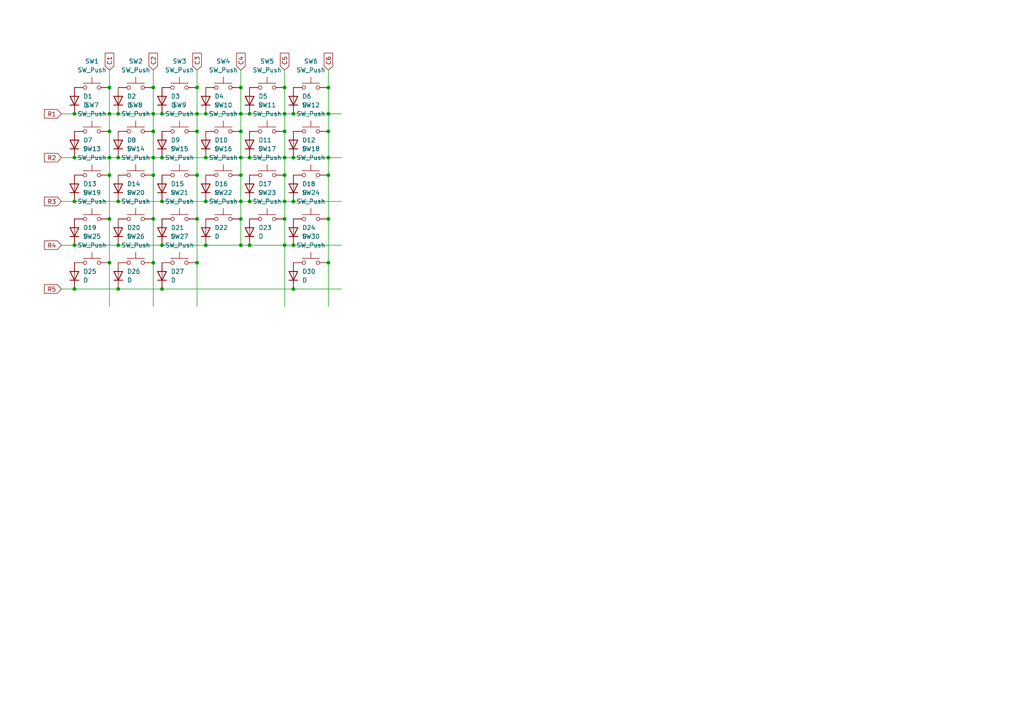
<source format=kicad_sch>
(kicad_sch (version 20250114) (generator "eeschema") (generator_version "9.0")
  (paper "A4")
  (lib_symbols
    (symbol "Device:D" (pin_numbers (hide yes)) (pin_names (offset 1.016) (hide yes))
      (property "Reference" "D" (at 0 2.54 0))
      (property "Value" "D" (at 0 -2.54 0))
      (symbol "D_0_1"
        (polyline (pts (xy -1.27 1.27) (xy -1.27 -1.27)) (stroke (width 0.254)))
        (polyline (pts (xy 1.27 1.27) (xy 1.27 -1.27) (xy -1.27 0) (xy 1.27 1.27)) (stroke (width 0.254)))
        (polyline (pts (xy 1.27 0) (xy -1.27 0)))
      )
      (symbol "D_1_1"
        (pin passive line (at -3.81 0 0) (length 2.54) (name "K") (number "1"))
        (pin passive line (at 3.81 0 180) (length 2.54) (name "A") (number "2"))
      )
    )
    (symbol "Switch:SW_Push" (pin_numbers (hide yes)) (pin_names (offset 1.016) (hide yes))
      (property "Reference" "SW" (at 1.27 2.54 0))
      (property "Value" "SW_Push" (at 0 -1.524 0))
      (symbol "SW_Push_0_1"
        (circle (center -2.032 0) (radius 0.508))
        (polyline (pts (xy 0 1.27) (xy 0 3.048)))
        (circle (center 2.032 0) (radius 0.508))
        (polyline (pts (xy 2.54 1.27) (xy -2.54 1.27)))
        (pin passive line (at -5.08 0 0) (length 2.54) (name "1") (number "1"))
        (pin passive line (at 5.08 0 180) (length 2.54) (name "2") (number "2"))
      )
    )
  )
  (junction (at 31.75 38.1))
  (junction (at 44.45 45.72))
  (junction (at 44.45 25.4))
  (junction (at 46.99 33.02))
  (junction (at 57.15 33.02))
  (junction (at 21.59 83.82))
  (junction (at 57.15 76.2))
  (junction (at 82.55 63.5))
  (junction (at 46.99 71.12))
  (junction (at 31.75 33.02))
  (junction (at 34.29 71.12))
  (junction (at 44.45 63.5))
  (junction (at 59.69 33.02))
  (junction (at 72.39 71.12))
  (junction (at 82.55 71.12))
  (junction (at 85.09 58.42))
  (junction (at 82.55 50.8))
  (junction (at 31.75 25.4))
  (junction (at 95.25 76.2))
  (junction (at 44.45 33.02))
  (junction (at 34.29 83.82))
  (junction (at 69.85 45.72))
  (junction (at 44.45 76.2))
  (junction (at 31.75 50.8))
  (junction (at 46.99 83.82))
  (junction (at 95.25 45.72))
  (junction (at 21.59 45.72))
  (junction (at 95.25 38.1))
  (junction (at 69.85 50.8))
  (junction (at 69.85 71.12))
  (junction (at 21.59 71.12))
  (junction (at 69.85 25.4))
  (junction (at 44.45 38.1))
  (junction (at 21.59 33.02))
  (junction (at 85.09 71.12))
  (junction (at 46.99 45.72))
  (junction (at 57.15 50.8))
  (junction (at 82.55 45.72))
  (junction (at 34.29 58.42))
  (junction (at 72.39 33.02))
  (junction (at 31.75 63.5))
  (junction (at 72.39 58.42))
  (junction (at 82.55 33.02))
  (junction (at 85.09 45.72))
  (junction (at 57.15 25.4))
  (junction (at 69.85 63.5))
  (junction (at 46.99 58.42))
  (junction (at 95.25 33.02))
  (junction (at 31.75 76.2))
  (junction (at 57.15 63.5))
  (junction (at 31.75 45.72))
  (junction (at 95.25 63.5))
  (junction (at 82.55 58.42))
  (junction (at 44.45 50.8))
  (junction (at 59.69 58.42))
  (junction (at 21.59 58.42))
  (junction (at 85.09 83.82))
  (junction (at 82.55 25.4))
  (junction (at 72.39 45.72))
  (junction (at 34.29 33.02))
  (junction (at 82.55 38.1))
  (junction (at 69.85 58.42))
  (junction (at 95.25 50.8))
  (junction (at 95.25 25.4))
  (junction (at 34.29 45.72))
  (junction (at 59.69 45.72))
  (junction (at 57.15 38.1))
  (junction (at 59.69 71.12))
  (junction (at 69.85 33.02))
  (junction (at 85.09 33.02))
  (junction (at 69.85 38.1))
  (wire (pts (xy 46.99 71.12) (xy 59.69 71.12)))
  (wire (pts (xy 85.09 58.42) (xy 99.06 58.42)))
  (wire (pts (xy 31.75 50.8) (xy 31.75 63.5)))
  (wire (pts (xy 44.45 76.2) (xy 44.45 88.9)))
  (wire (pts (xy 82.55 33.02) (xy 82.55 38.1)))
  (wire (pts (xy 95.25 63.5) (xy 95.25 76.2)))
  (wire (pts (xy 57.15 33.02) (xy 57.15 38.1)))
  (wire (pts (xy 44.45 20.32) (xy 44.45 25.4)))
  (wire (pts (xy 85.09 33.02) (xy 95.25 33.02)))
  (wire (pts (xy 17.78 33.02) (xy 21.59 33.02)))
  (wire (pts (xy 82.55 63.5) (xy 82.55 71.12)))
  (wire (pts (xy 69.85 45.72) (xy 72.39 45.72)))
  (wire (pts (xy 31.75 33.02) (xy 31.75 38.1)))
  (wire (pts (xy 31.75 76.2) (xy 31.75 88.9)))
  (wire (pts (xy 44.45 45.72) (xy 44.45 50.8)))
  (wire (pts (xy 72.39 45.72) (xy 82.55 45.72)))
  (wire (pts (xy 44.45 45.72) (xy 46.99 45.72)))
  (wire (pts (xy 95.25 50.8) (xy 95.25 63.5)))
  (wire (pts (xy 34.29 58.42) (xy 46.99 58.42)))
  (wire (pts (xy 69.85 33.02) (xy 69.85 38.1)))
  (wire (pts (xy 95.25 45.72) (xy 99.06 45.72)))
  (wire (pts (xy 46.99 33.02) (xy 57.15 33.02)))
  (wire (pts (xy 57.15 38.1) (xy 57.15 50.8)))
  (wire (pts (xy 59.69 71.12) (xy 69.85 71.12)))
  (wire (pts (xy 69.85 25.4) (xy 69.85 33.02)))
  (wire (pts (xy 31.75 33.02) (xy 34.29 33.02)))
  (wire (pts (xy 17.78 58.42) (xy 21.59 58.42)))
  (wire (pts (xy 21.59 58.42) (xy 34.29 58.42)))
  (wire (pts (xy 17.78 45.72) (xy 21.59 45.72)))
  (wire (pts (xy 21.59 71.12) (xy 34.29 71.12)))
  (wire (pts (xy 44.45 38.1) (xy 44.45 45.72)))
  (wire (pts (xy 82.55 58.42) (xy 82.55 63.5)))
  (wire (pts (xy 34.29 33.02) (xy 44.45 33.02)))
  (wire (pts (xy 82.55 58.42) (xy 85.09 58.42)))
  (wire (pts (xy 82.55 38.1) (xy 82.55 45.72)))
  (wire (pts (xy 82.55 45.72) (xy 82.55 50.8)))
  (wire (pts (xy 21.59 33.02) (xy 31.75 33.02)))
  (wire (pts (xy 72.39 71.12) (xy 82.55 71.12)))
  (wire (pts (xy 34.29 45.72) (xy 44.45 45.72)))
  (wire (pts (xy 72.39 33.02) (xy 82.55 33.02)))
  (wire (pts (xy 59.69 45.72) (xy 69.85 45.72)))
  (wire (pts (xy 44.45 33.02) (xy 46.99 33.02)))
  (wire (pts (xy 57.15 76.2) (xy 57.15 88.9)))
  (wire (pts (xy 69.85 63.5) (xy 69.85 71.12)))
  (wire (pts (xy 69.85 20.32) (xy 69.85 25.4)))
  (wire (pts (xy 85.09 71.12) (xy 99.06 71.12)))
  (wire (pts (xy 31.75 20.32) (xy 31.75 25.4)))
  (wire (pts (xy 17.78 83.82) (xy 21.59 83.82)))
  (wire (pts (xy 69.85 38.1) (xy 69.85 45.72)))
  (wire (pts (xy 59.69 33.02) (xy 69.85 33.02)))
  (wire (pts (xy 34.29 71.12) (xy 46.99 71.12)))
  (wire (pts (xy 57.15 25.4) (xy 57.15 33.02)))
  (wire (pts (xy 69.85 71.12) (xy 72.39 71.12)))
  (wire (pts (xy 44.45 33.02) (xy 44.45 38.1)))
  (wire (pts (xy 95.25 76.2) (xy 95.25 88.9)))
  (wire (pts (xy 72.39 58.42) (xy 82.55 58.42)))
  (wire (pts (xy 69.85 50.8) (xy 69.85 58.42)))
  (wire (pts (xy 46.99 45.72) (xy 59.69 45.72)))
  (wire (pts (xy 57.15 33.02) (xy 59.69 33.02)))
  (wire (pts (xy 69.85 33.02) (xy 72.39 33.02)))
  (wire (pts (xy 44.45 25.4) (xy 44.45 33.02)))
  (wire (pts (xy 31.75 25.4) (xy 31.75 33.02)))
  (wire (pts (xy 69.85 58.42) (xy 69.85 63.5)))
  (wire (pts (xy 85.09 83.82) (xy 99.06 83.82)))
  (wire (pts (xy 95.25 45.72) (xy 95.25 50.8)))
  (wire (pts (xy 85.09 45.72) (xy 95.25 45.72)))
  (wire (pts (xy 57.15 50.8) (xy 57.15 63.5)))
  (wire (pts (xy 95.25 20.32) (xy 95.25 25.4)))
  (wire (pts (xy 69.85 45.72) (xy 69.85 50.8)))
  (wire (pts (xy 95.25 38.1) (xy 95.25 45.72)))
  (wire (pts (xy 21.59 83.82) (xy 34.29 83.82)))
  (wire (pts (xy 57.15 20.32) (xy 57.15 25.4)))
  (wire (pts (xy 95.25 25.4) (xy 95.25 33.02)))
  (wire (pts (xy 82.55 20.32) (xy 82.55 25.4)))
  (wire (pts (xy 46.99 83.82) (xy 85.09 83.82)))
  (wire (pts (xy 44.45 50.8) (xy 44.45 63.5)))
  (wire (pts (xy 82.55 71.12) (xy 82.55 88.9)))
  (wire (pts (xy 82.55 71.12) (xy 85.09 71.12)))
  (wire (pts (xy 31.75 38.1) (xy 31.75 45.72)))
  (wire (pts (xy 59.69 58.42) (xy 69.85 58.42)))
  (wire (pts (xy 44.45 63.5) (xy 44.45 76.2)))
  (wire (pts (xy 17.78 71.12) (xy 21.59 71.12)))
  (wire (pts (xy 82.55 33.02) (xy 85.09 33.02)))
  (wire (pts (xy 69.85 58.42) (xy 72.39 58.42)))
  (wire (pts (xy 57.15 63.5) (xy 57.15 76.2)))
  (wire (pts (xy 21.59 45.72) (xy 31.75 45.72)))
  (wire (pts (xy 46.99 58.42) (xy 59.69 58.42)))
  (wire (pts (xy 82.55 25.4) (xy 82.55 33.02)))
  (wire (pts (xy 31.75 45.72) (xy 31.75 50.8)))
  (wire (pts (xy 31.75 45.72) (xy 34.29 45.72)))
  (wire (pts (xy 82.55 50.8) (xy 82.55 58.42)))
  (wire (pts (xy 34.29 83.82) (xy 46.99 83.82)))
  (wire (pts (xy 31.75 63.5) (xy 31.75 76.2)))
  (wire (pts (xy 95.25 33.02) (xy 95.25 38.1)))
  (wire (pts (xy 82.55 45.72) (xy 85.09 45.72)))
  (wire (pts (xy 95.25 33.02) (xy 99.06 33.02)))
  (global_label "C1" (shape input) (at 31.75 20.32 90) (property "Intersheetrefs" "${INTERSHEET_REFS}" (effects (hide yes))))
  (global_label "C5" (shape input) (at 82.55 20.32 90) (property "Intersheetrefs" "${INTERSHEET_REFS}" (effects (hide yes))))
  (global_label "C2" (shape input) (at 44.45 20.32 90) (property "Intersheetrefs" "${INTERSHEET_REFS}" (effects (hide yes))))
  (global_label "R3" (shape input) (at 17.78 58.42 180) (property "Intersheetrefs" "${INTERSHEET_REFS}" (effects (hide yes))))
  (global_label "C6" (shape input) (at 95.25 20.32 90) (property "Intersheetrefs" "${INTERSHEET_REFS}" (effects (hide yes))))
  (global_label "C4" (shape input) (at 69.85 20.32 90) (property "Intersheetrefs" "${INTERSHEET_REFS}" (effects (hide yes))))
  (global_label "R1" (shape input) (at 17.78 33.02 180) (property "Intersheetrefs" "${INTERSHEET_REFS}" (effects (hide yes))))
  (global_label "R4" (shape input) (at 17.78 71.12 180) (property "Intersheetrefs" "${INTERSHEET_REFS}" (effects (hide yes))))
  (global_label "R2" (shape input) (at 17.78 45.72 180) (property "Intersheetrefs" "${INTERSHEET_REFS}" (effects (hide yes))))
  (global_label "R5" (shape input) (at 17.78 83.82 180) (property "Intersheetrefs" "${INTERSHEET_REFS}" (effects (hide yes))))
  (global_label "C3" (shape input) (at 57.15 20.32 90) (property "Intersheetrefs" "${INTERSHEET_REFS}" (effects (hide yes))))
  (symbol (lib_id "Device:D") (at 72.39 67.31 90) (unit 1)
    (property "Reference" "D23" (at 74.93 66.0399 90) (effects (justify right)))
    (property "Value" "D" (at 74.93 68.5799 90) (effects (justify right)))
    (property "Description" "Diode" (effects (hide yes)))
    (property "Sim.Device" "D" (effects (hide yes)))
    (property "Sim.Pins" "1=K 2=A" (effects (hide yes)))
  )
  (symbol (lib_id "Switch:SW_Push") (at 64.77 50.8 0) (unit 1)
    (property "Reference" "SW16" (at 64.77 43.18 0))
    (property "Value" "SW_Push" (at 64.77 45.72 0))
    (property "Footprint" "PCM_Switch_Keyboard_Hotswap_Kailh:SW_Hotswap_Kailh_MX_1.00u" (effects (hide yes)))
    (property "Description" "Push button switch, generic, two pins" (effects (hide yes)))
  )
  (symbol (lib_id "Switch:SW_Push") (at 77.47 63.5 0) (unit 1)
    (property "Reference" "SW23" (at 77.47 55.88 0))
    (property "Value" "SW_Push" (at 77.47 58.42 0))
    (property "Footprint" "PCM_Switch_Keyboard_Hotswap_Kailh:SW_Hotswap_Kailh_MX_1.00u" (effects (hide yes)))
    (property "Description" "Push button switch, generic, two pins" (effects (hide yes)))
  )
  (symbol (lib_id "Device:D") (at 21.59 54.61 90) (unit 1)
    (property "Reference" "D13" (at 24.13 53.3399 90) (effects (justify right)))
    (property "Value" "D" (at 24.13 55.8799 90) (effects (justify right)))
    (property "Description" "Diode" (effects (hide yes)))
    (property "Sim.Device" "D" (effects (hide yes)))
    (property "Sim.Pins" "1=K 2=A" (effects (hide yes)))
  )
  (symbol (lib_id "Device:D") (at 85.09 67.31 90) (unit 1)
    (property "Reference" "D24" (at 87.63 66.0399 90) (effects (justify right)))
    (property "Value" "D" (at 87.63 68.5799 90) (effects (justify right)))
    (property "Description" "Diode" (effects (hide yes)))
    (property "Sim.Device" "D" (effects (hide yes)))
    (property "Sim.Pins" "1=K 2=A" (effects (hide yes)))
  )
  (symbol (lib_id "Switch:SW_Push") (at 39.37 25.4 0) (unit 1)
    (property "Reference" "SW2" (at 39.37 17.78 0))
    (property "Value" "SW_Push" (at 39.37 20.32 0))
    (property "Footprint" "PCM_Switch_Keyboard_Hotswap_Kailh:SW_Hotswap_Kailh_MX_1.00u" (effects (hide yes)))
    (property "Description" "Push button switch, generic, two pins" (effects (hide yes)))
  )
  (symbol (lib_id "Device:D") (at 34.29 67.31 90) (unit 1)
    (property "Reference" "D20" (at 36.83 66.0399 90) (effects (justify right)))
    (property "Value" "D" (at 36.83 68.5799 90) (effects (justify right)))
    (property "Description" "Diode" (effects (hide yes)))
    (property "Sim.Device" "D" (effects (hide yes)))
    (property "Sim.Pins" "1=K 2=A" (effects (hide yes)))
  )
  (symbol (lib_id "Device:D") (at 85.09 29.21 90) (unit 1)
    (property "Reference" "D6" (at 87.63 27.9399 90) (effects (justify right)))
    (property "Value" "D" (at 87.63 30.4799 90) (effects (justify right)))
    (property "Description" "Diode" (effects (hide yes)))
    (property "Sim.Device" "D" (effects (hide yes)))
    (property "Sim.Pins" "1=K 2=A" (effects (hide yes)))
  )
  (symbol (lib_id "Device:D") (at 46.99 41.91 90) (unit 1)
    (property "Reference" "D9" (at 49.53 40.6399 90) (effects (justify right)))
    (property "Value" "D" (at 49.53 43.1799 90) (effects (justify right)))
    (property "Description" "Diode" (effects (hide yes)))
    (property "Sim.Device" "D" (effects (hide yes)))
    (property "Sim.Pins" "1=K 2=A" (effects (hide yes)))
  )
  (symbol (lib_id "Switch:SW_Push") (at 26.67 38.1 0) (unit 1)
    (property "Reference" "SW7" (at 26.67 30.48 0))
    (property "Value" "SW_Push" (at 26.67 33.02 0))
    (property "Footprint" "PCM_Switch_Keyboard_Hotswap_Kailh:SW_Hotswap_Kailh_MX_1.50u" (effects (hide yes)))
    (property "Description" "Push button switch, generic, two pins" (effects (hide yes)))
  )
  (symbol (lib_id "Switch:SW_Push") (at 90.17 63.5 0) (unit 1)
    (property "Reference" "SW24" (at 90.17 55.88 0))
    (property "Value" "SW_Push" (at 90.17 58.42 0))
    (property "Footprint" "PCM_Switch_Keyboard_Hotswap_Kailh:SW_Hotswap_Kailh_MX_1.00u" (effects (hide yes)))
    (property "Description" "Push button switch, generic, two pins" (effects (hide yes)))
  )
  (symbol (lib_id "Device:D") (at 59.69 41.91 90) (unit 1)
    (property "Reference" "D10" (at 62.23 40.6399 90) (effects (justify right)))
    (property "Value" "D" (at 62.23 43.1799 90) (effects (justify right)))
    (property "Description" "Diode" (effects (hide yes)))
    (property "Sim.Device" "D" (effects (hide yes)))
    (property "Sim.Pins" "1=K 2=A" (effects (hide yes)))
  )
  (symbol (lib_id "Device:D") (at 34.29 29.21 90) (unit 1)
    (property "Reference" "D2" (at 36.83 27.9399 90) (effects (justify right)))
    (property "Value" "D" (at 36.83 30.4799 90) (effects (justify right)))
    (property "Description" "Diode" (effects (hide yes)))
    (property "Sim.Device" "D" (effects (hide yes)))
    (property "Sim.Pins" "1=K 2=A" (effects (hide yes)))
  )
  (symbol (lib_id "Switch:SW_Push") (at 77.47 50.8 0) (unit 1)
    (property "Reference" "SW17" (at 77.47 43.18 0))
    (property "Value" "SW_Push" (at 77.47 45.72 0))
    (property "Footprint" "PCM_Switch_Keyboard_Hotswap_Kailh:SW_Hotswap_Kailh_MX_1.00u" (effects (hide yes)))
    (property "Description" "Push button switch, generic, two pins" (effects (hide yes)))
  )
  (symbol (lib_id "Switch:SW_Push") (at 90.17 76.2 0) (unit 1)
    (property "Reference" "SW30" (at 90.17 68.58 0))
    (property "Value" "SW_Push" (at 90.17 71.12 0))
    (property "Footprint" "PCM_Switch_Keyboard_Hotswap_Kailh:SW_Hotswap_Kailh_MX_2.00u" (effects (hide yes)))
    (property "Description" "Push button switch, generic, two pins" (effects (hide yes)))
  )
  (symbol (lib_id "Device:D") (at 21.59 41.91 90) (unit 1)
    (property "Reference" "D7" (at 24.13 40.6399 90) (effects (justify right)))
    (property "Value" "D" (at 24.13 43.1799 90) (effects (justify right)))
    (property "Description" "Diode" (effects (hide yes)))
    (property "Sim.Device" "D" (effects (hide yes)))
    (property "Sim.Pins" "1=K 2=A" (effects (hide yes)))
  )
  (symbol (lib_id "Device:D") (at 46.99 54.61 90) (unit 1)
    (property "Reference" "D15" (at 49.53 53.3399 90) (effects (justify right)))
    (property "Value" "D" (at 49.53 55.8799 90) (effects (justify right)))
    (property "Description" "Diode" (effects (hide yes)))
    (property "Sim.Device" "D" (effects (hide yes)))
    (property "Sim.Pins" "1=K 2=A" (effects (hide yes)))
  )
  (symbol (lib_id "Switch:SW_Push") (at 26.67 63.5 0) (unit 1)
    (property "Reference" "SW19" (at 26.67 55.88 0))
    (property "Value" "SW_Push" (at 26.67 58.42 0))
    (property "Footprint" "PCM_Switch_Keyboard_Hotswap_Kailh:SW_Hotswap_Kailh_MX_1.50u" (effects (hide yes)))
    (property "Description" "Push button switch, generic, two pins" (effects (hide yes)))
  )
  (symbol (lib_id "Device:D") (at 46.99 67.31 90) (unit 1)
    (property "Reference" "D21" (at 49.53 66.0399 90) (effects (justify right)))
    (property "Value" "D" (at 49.53 68.5799 90) (effects (justify right)))
    (property "Description" "Diode" (effects (hide yes)))
    (property "Sim.Device" "D" (effects (hide yes)))
    (property "Sim.Pins" "1=K 2=A" (effects (hide yes)))
  )
  (symbol (lib_id "Device:D") (at 85.09 80.01 90) (unit 1)
    (property "Reference" "D30" (at 87.63 78.7399 90) (effects (justify right)))
    (property "Value" "D" (at 87.63 81.2799 90) (effects (justify right)))
    (property "Description" "Diode" (effects (hide yes)))
    (property "Sim.Device" "D" (effects (hide yes)))
    (property "Sim.Pins" "1=K 2=A" (effects (hide yes)))
  )
  (symbol (lib_id "Switch:SW_Push") (at 39.37 50.8 0) (unit 1)
    (property "Reference" "SW14" (at 39.37 43.18 0))
    (property "Value" "SW_Push" (at 39.37 45.72 0))
    (property "Footprint" "PCM_Switch_Keyboard_Hotswap_Kailh:SW_Hotswap_Kailh_MX_1.00u" (effects (hide yes)))
    (property "Description" "Push button switch, generic, two pins" (effects (hide yes)))
  )
  (symbol (lib_id "Device:D") (at 72.39 41.91 90) (unit 1)
    (property "Reference" "D11" (at 74.93 40.6399 90) (effects (justify right)))
    (property "Value" "D" (at 74.93 43.1799 90) (effects (justify right)))
    (property "Description" "Diode" (effects (hide yes)))
    (property "Sim.Device" "D" (effects (hide yes)))
    (property "Sim.Pins" "1=K 2=A" (effects (hide yes)))
  )
  (symbol (lib_id "Switch:SW_Push") (at 77.47 38.1 0) (unit 1)
    (property "Reference" "SW11" (at 77.47 30.48 0))
    (property "Value" "SW_Push" (at 77.47 33.02 0))
    (property "Footprint" "PCM_Switch_Keyboard_Hotswap_Kailh:SW_Hotswap_Kailh_MX_1.00u" (effects (hide yes)))
    (property "Description" "Push button switch, generic, two pins" (effects (hide yes)))
  )
  (symbol (lib_id "Switch:SW_Push") (at 39.37 76.2 0) (unit 1)
    (property "Reference" "SW26" (at 39.37 68.58 0))
    (property "Value" "SW_Push" (at 39.37 71.12 0))
    (property "Footprint" "PCM_Switch_Keyboard_Hotswap_Kailh:SW_Hotswap_Kailh_MX_1.50u" (effects (hide yes)))
    (property "Description" "Push button switch, generic, two pins" (effects (hide yes)))
  )
  (symbol (lib_id "Device:D") (at 34.29 80.01 90) (unit 1)
    (property "Reference" "D26" (at 36.83 78.7399 90) (effects (justify right)))
    (property "Value" "D" (at 36.83 81.2799 90) (effects (justify right)))
    (property "Description" "Diode" (effects (hide yes)))
    (property "Sim.Device" "D" (effects (hide yes)))
    (property "Sim.Pins" "1=K 2=A" (effects (hide yes)))
  )
  (symbol (lib_id "Switch:SW_Push") (at 52.07 76.2 0) (unit 1)
    (property "Reference" "SW27" (at 52.07 68.58 0))
    (property "Value" "SW_Push" (at 52.07 71.12 0))
    (property "Footprint" "PCM_Switch_Keyboard_Hotswap_Kailh:SW_Hotswap_Kailh_MX_1.50u" (effects (hide yes)))
    (property "Description" "Push button switch, generic, two pins" (effects (hide yes)))
  )
  (symbol (lib_id "Switch:SW_Push") (at 77.47 25.4 0) (unit 1)
    (property "Reference" "SW5" (at 77.47 17.78 0))
    (property "Value" "SW_Push" (at 77.47 20.32 0))
    (property "Footprint" "PCM_Switch_Keyboard_Hotswap_Kailh:SW_Hotswap_Kailh_MX_1.00u" (effects (hide yes)))
    (property "Description" "Push button switch, generic, two pins" (effects (hide yes)))
  )
  (symbol (lib_id "Device:D") (at 34.29 41.91 90) (unit 1)
    (property "Reference" "D8" (at 36.83 40.6399 90) (effects (justify right)))
    (property "Value" "D" (at 36.83 43.1799 90) (effects (justify right)))
    (property "Description" "Diode" (effects (hide yes)))
    (property "Sim.Device" "D" (effects (hide yes)))
    (property "Sim.Pins" "1=K 2=A" (effects (hide yes)))
  )
  (symbol (lib_id "Device:D") (at 72.39 54.61 90) (unit 1)
    (property "Reference" "D17" (at 74.93 53.3399 90) (effects (justify right)))
    (property "Value" "D" (at 74.93 55.8799 90) (effects (justify right)))
    (property "Description" "Diode" (effects (hide yes)))
    (property "Sim.Device" "D" (effects (hide yes)))
    (property "Sim.Pins" "1=K 2=A" (effects (hide yes)))
  )
  (symbol (lib_id "Switch:SW_Push") (at 52.07 63.5 0) (unit 1)
    (property "Reference" "SW21" (at 52.07 55.88 0))
    (property "Value" "SW_Push" (at 52.07 58.42 0))
    (property "Footprint" "PCM_Switch_Keyboard_Hotswap_Kailh:SW_Hotswap_Kailh_MX_1.00u" (effects (hide yes)))
    (property "Description" "Push button switch, generic, two pins" (effects (hide yes)))
  )
  (symbol (lib_id "Switch:SW_Push") (at 39.37 38.1 0) (unit 1)
    (property "Reference" "SW8" (at 39.37 30.48 0))
    (property "Value" "SW_Push" (at 39.37 33.02 0))
    (property "Footprint" "PCM_Switch_Keyboard_Hotswap_Kailh:SW_Hotswap_Kailh_MX_1.00u" (effects (hide yes)))
    (property "Description" "Push button switch, generic, two pins" (effects (hide yes)))
  )
  (symbol (lib_id "Switch:SW_Push") (at 52.07 50.8 0) (unit 1)
    (property "Reference" "SW15" (at 52.07 43.18 0))
    (property "Value" "SW_Push" (at 52.07 45.72 0))
    (property "Footprint" "PCM_Switch_Keyboard_Hotswap_Kailh:SW_Hotswap_Kailh_MX_1.00u" (effects (hide yes)))
    (property "Description" "Push button switch, generic, two pins" (effects (hide yes)))
  )
  (symbol (lib_id "Device:D") (at 46.99 80.01 90) (unit 1)
    (property "Reference" "D27" (at 49.53 78.7399 90) (effects (justify right)))
    (property "Value" "D" (at 49.53 81.2799 90) (effects (justify right)))
    (property "Description" "Diode" (effects (hide yes)))
    (property "Sim.Device" "D" (effects (hide yes)))
    (property "Sim.Pins" "1=K 2=A" (effects (hide yes)))
  )
  (symbol (lib_id "Switch:SW_Push") (at 90.17 50.8 0) (unit 1)
    (property "Reference" "SW18" (at 90.17 43.18 0))
    (property "Value" "SW_Push" (at 90.17 45.72 0))
    (property "Footprint" "PCM_Switch_Keyboard_Hotswap_Kailh:SW_Hotswap_Kailh_MX_1.00u" (effects (hide yes)))
    (property "Description" "Push button switch, generic, two pins" (effects (hide yes)))
  )
  (symbol (lib_id "Switch:SW_Push") (at 90.17 25.4 0) (unit 1)
    (property "Reference" "SW6" (at 90.17 17.78 0))
    (property "Value" "SW_Push" (at 90.17 20.32 0))
    (property "Footprint" "PCM_Switch_Keyboard_Hotswap_Kailh:SW_Hotswap_Kailh_MX_1.00u" (effects (hide yes)))
    (property "Description" "Push button switch, generic, two pins" (effects (hide yes)))
  )
  (symbol (lib_id "Device:D") (at 21.59 67.31 90) (unit 1)
    (property "Reference" "D19" (at 24.13 66.0399 90) (effects (justify right)))
    (property "Value" "D" (at 24.13 68.5799 90) (effects (justify right)))
    (property "Description" "Diode" (effects (hide yes)))
    (property "Sim.Device" "D" (effects (hide yes)))
    (property "Sim.Pins" "1=K 2=A" (effects (hide yes)))
  )
  (symbol (lib_id "Device:D") (at 72.39 29.21 90) (unit 1)
    (property "Reference" "D5" (at 74.93 27.9399 90) (effects (justify right)))
    (property "Value" "D" (at 74.93 30.4799 90) (effects (justify right)))
    (property "Description" "Diode" (effects (hide yes)))
    (property "Sim.Device" "D" (effects (hide yes)))
    (property "Sim.Pins" "1=K 2=A" (effects (hide yes)))
  )
  (symbol (lib_id "Device:D") (at 21.59 80.01 90) (unit 1)
    (property "Reference" "D25" (at 24.13 78.7399 90) (effects (justify right)))
    (property "Value" "D" (at 24.13 81.2799 90) (effects (justify right)))
    (property "Description" "Diode" (effects (hide yes)))
    (property "Sim.Device" "D" (effects (hide yes)))
    (property "Sim.Pins" "1=K 2=A" (effects (hide yes)))
  )
  (symbol (lib_id "Switch:SW_Push") (at 64.77 63.5 0) (unit 1)
    (property "Reference" "SW22" (at 64.77 55.88 0))
    (property "Value" "SW_Push" (at 64.77 58.42 0))
    (property "Footprint" "PCM_Switch_Keyboard_Hotswap_Kailh:SW_Hotswap_Kailh_MX_1.00u" (effects (hide yes)))
    (property "Description" "Push button switch, generic, two pins" (effects (hide yes)))
  )
  (symbol (lib_id "Device:D") (at 59.69 29.21 90) (unit 1)
    (property "Reference" "D4" (at 62.23 27.9399 90) (effects (justify right)))
    (property "Value" "D" (at 62.23 30.4799 90) (effects (justify right)))
    (property "Description" "Diode" (effects (hide yes)))
    (property "Sim.Device" "D" (effects (hide yes)))
    (property "Sim.Pins" "1=K 2=A" (effects (hide yes)))
  )
  (symbol (lib_id "Device:D") (at 46.99 29.21 90) (unit 1)
    (property "Reference" "D3" (at 49.53 27.9399 90) (effects (justify right)))
    (property "Value" "D" (at 49.53 30.4799 90) (effects (justify right)))
    (property "Description" "Diode" (effects (hide yes)))
    (property "Sim.Device" "D" (effects (hide yes)))
    (property "Sim.Pins" "1=K 2=A" (effects (hide yes)))
  )
  (symbol (lib_id "Switch:SW_Push") (at 39.37 63.5 0) (unit 1)
    (property "Reference" "SW20" (at 39.37 55.88 0))
    (property "Value" "SW_Push" (at 39.37 58.42 0))
    (property "Footprint" "PCM_Switch_Keyboard_Hotswap_Kailh:SW_Hotswap_Kailh_MX_1.00u" (effects (hide yes)))
    (property "Description" "Push button switch, generic, two pins" (effects (hide yes)))
  )
  (symbol (lib_id "Device:D") (at 59.69 54.61 90) (unit 1)
    (property "Reference" "D16" (at 62.23 53.3399 90) (effects (justify right)))
    (property "Value" "D" (at 62.23 55.8799 90) (effects (justify right)))
    (property "Description" "Diode" (effects (hide yes)))
    (property "Sim.Device" "D" (effects (hide yes)))
    (property "Sim.Pins" "1=K 2=A" (effects (hide yes)))
  )
  (symbol (lib_id "Switch:SW_Push") (at 64.77 25.4 0) (unit 1)
    (property "Reference" "SW4" (at 64.77 17.78 0))
    (property "Value" "SW_Push" (at 64.77 20.32 0))
    (property "Footprint" "PCM_Switch_Keyboard_Hotswap_Kailh:SW_Hotswap_Kailh_MX_1.00u" (effects (hide yes)))
    (property "Description" "Push button switch, generic, two pins" (effects (hide yes)))
  )
  (symbol (lib_id "Device:D") (at 34.29 54.61 90) (unit 1)
    (property "Reference" "D14" (at 36.83 53.3399 90) (effects (justify right)))
    (property "Value" "D" (at 36.83 55.8799 90) (effects (justify right)))
    (property "Description" "Diode" (effects (hide yes)))
    (property "Sim.Device" "D" (effects (hide yes)))
    (property "Sim.Pins" "1=K 2=A" (effects (hide yes)))
  )
  (symbol (lib_id "Switch:SW_Push") (at 64.77 38.1 0) (unit 1)
    (property "Reference" "SW10" (at 64.77 30.48 0))
    (property "Value" "SW_Push" (at 64.77 33.02 0))
    (property "Footprint" "PCM_Switch_Keyboard_Hotswap_Kailh:SW_Hotswap_Kailh_MX_1.00u" (effects (hide yes)))
    (property "Description" "Push button switch, generic, two pins" (effects (hide yes)))
  )
  (symbol (lib_id "Device:D") (at 21.59 29.21 90) (unit 1)
    (property "Reference" "D1" (at 24.13 27.9399 90) (effects (justify right)))
    (property "Value" "D" (at 24.13 30.4799 90) (effects (justify right)))
    (property "Description" "Diode" (effects (hide yes)))
    (property "Sim.Device" "D" (effects (hide yes)))
    (property "Sim.Pins" "1=K 2=A" (effects (hide yes)))
  )
  (symbol (lib_id "Switch:SW_Push") (at 26.67 25.4 0) (unit 1)
    (property "Reference" "SW1" (at 26.67 17.78 0))
    (property "Value" "SW_Push" (at 26.67 20.32 0))
    (property "Footprint" "PCM_Switch_Keyboard_Hotswap_Kailh:SW_Hotswap_Kailh_MX_1.50u" (effects (hide yes)))
    (property "Description" "Push button switch, generic, two pins" (effects (hide yes)))
  )
  (symbol (lib_id "Switch:SW_Push") (at 26.67 76.2 0) (unit 1)
    (property "Reference" "SW25" (at 26.67 68.58 0))
    (property "Value" "SW_Push" (at 26.67 71.12 0))
    (property "Footprint" "PCM_Switch_Keyboard_Hotswap_Kailh:SW_Hotswap_Kailh_MX_1.50u" (effects (hide yes)))
    (property "Description" "Push button switch, generic, two pins" (effects (hide yes)))
  )
  (symbol (lib_id "Device:D") (at 85.09 41.91 90) (unit 1)
    (property "Reference" "D12" (at 87.63 40.6399 90) (effects (justify right)))
    (property "Value" "D" (at 87.63 43.1799 90) (effects (justify right)))
    (property "Description" "Diode" (effects (hide yes)))
    (property "Sim.Device" "D" (effects (hide yes)))
    (property "Sim.Pins" "1=K 2=A" (effects (hide yes)))
  )
  (symbol (lib_id "Device:D") (at 85.09 54.61 90) (unit 1)
    (property "Reference" "D18" (at 87.63 53.3399 90) (effects (justify right)))
    (property "Value" "D" (at 87.63 55.8799 90) (effects (justify right)))
    (property "Description" "Diode" (effects (hide yes)))
    (property "Sim.Device" "D" (effects (hide yes)))
    (property "Sim.Pins" "1=K 2=A" (effects (hide yes)))
  )
  (symbol (lib_id "Switch:SW_Push") (at 26.67 50.8 0) (unit 1)
    (property "Reference" "SW13" (at 26.67 43.18 0))
    (property "Value" "SW_Push" (at 26.67 45.72 0))
    (property "Footprint" "PCM_Switch_Keyboard_Hotswap_Kailh:SW_Hotswap_Kailh_MX_1.50u" (effects (hide yes)))
    (property "Description" "Push button switch, generic, two pins" (effects (hide yes)))
  )
  (symbol (lib_id "Switch:SW_Push") (at 90.17 38.1 0) (unit 1)
    (property "Reference" "SW12" (at 90.17 30.48 0))
    (property "Value" "SW_Push" (at 90.17 33.02 0))
    (property "Footprint" "PCM_Switch_Keyboard_Hotswap_Kailh:SW_Hotswap_Kailh_MX_1.00u" (effects (hide yes)))
    (property "Description" "Push button switch, generic, two pins" (effects (hide yes)))
  )
  (symbol (lib_id "Switch:SW_Push") (at 52.07 25.4 0) (unit 1)
    (property "Reference" "SW3" (at 52.07 17.78 0))
    (property "Value" "SW_Push" (at 52.07 20.32 0))
    (property "Footprint" "PCM_Switch_Keyboard_Hotswap_Kailh:SW_Hotswap_Kailh_MX_1.00u" (effects (hide yes)))
    (property "Description" "Push button switch, generic, two pins" (effects (hide yes)))
  )
  (symbol (lib_id "Device:D") (at 59.69 67.31 90) (unit 1)
    (property "Reference" "D22" (at 62.23 66.0399 90) (effects (justify right)))
    (property "Value" "D" (at 62.23 68.5799 90) (effects (justify right)))
    (property "Description" "Diode" (effects (hide yes)))
    (property "Sim.Device" "D" (effects (hide yes)))
    (property "Sim.Pins" "1=K 2=A" (effects (hide yes)))
  )
  (symbol (lib_id "Switch:SW_Push") (at 52.07 38.1 0) (unit 1)
    (property "Reference" "SW9" (at 52.07 30.48 0))
    (property "Value" "SW_Push" (at 52.07 33.02 0))
    (property "Footprint" "PCM_Switch_Keyboard_Hotswap_Kailh:SW_Hotswap_Kailh_MX_1.00u" (effects (hide yes)))
    (property "Description" "Push button switch, generic, two pins" (effects (hide yes)))
  )
)
</source>
